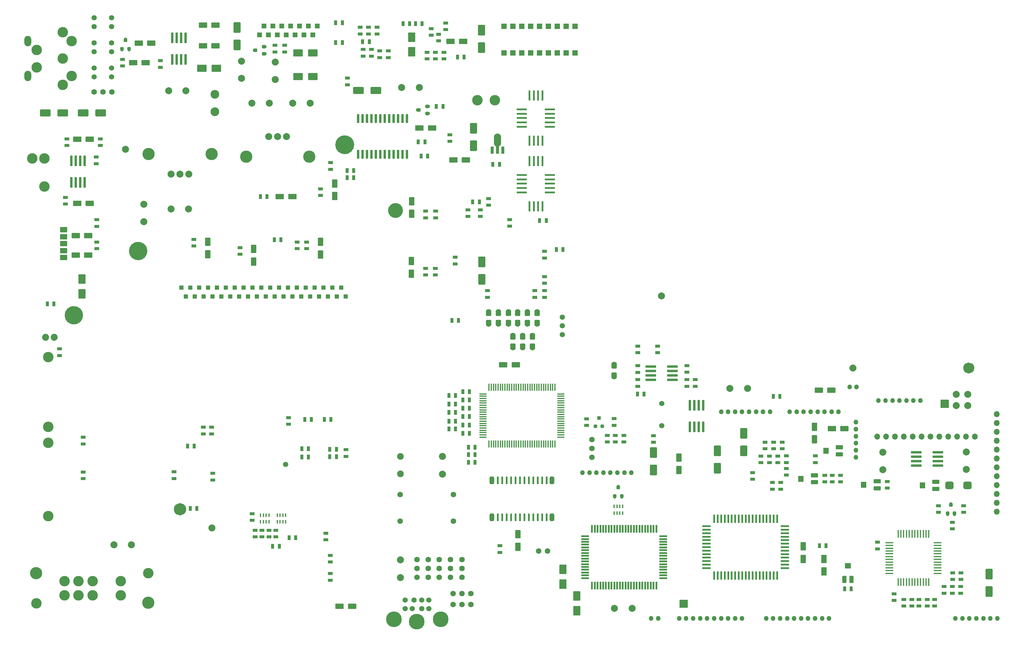
<source format=gts>
G04 #@! TF.GenerationSoftware,KiCad,Pcbnew,7.0.8*
G04 #@! TF.CreationDate,2023-11-11T13:42:36+01:00*
G04 #@! TF.ProjectId,PCE,5043452e-6b69-4636-9164-5f7063625858,1.3*
G04 #@! TF.SameCoordinates,Original*
G04 #@! TF.FileFunction,Soldermask,Top*
G04 #@! TF.FilePolarity,Negative*
%FSLAX46Y46*%
G04 Gerber Fmt 4.6, Leading zero omitted, Abs format (unit mm)*
G04 Created by KiCad (PCBNEW 7.0.8) date 2023-11-11 13:42:36*
%MOMM*%
%LPD*%
G01*
G04 APERTURE LIST*
G04 Aperture macros list*
%AMRoundRect*
0 Rectangle with rounded corners*
0 $1 Rounding radius*
0 $2 $3 $4 $5 $6 $7 $8 $9 X,Y pos of 4 corners*
0 Add a 4 corners polygon primitive as box body*
4,1,4,$2,$3,$4,$5,$6,$7,$8,$9,$2,$3,0*
0 Add four circle primitives for the rounded corners*
1,1,$1+$1,$2,$3*
1,1,$1+$1,$4,$5*
1,1,$1+$1,$6,$7*
1,1,$1+$1,$8,$9*
0 Add four rect primitives between the rounded corners*
20,1,$1+$1,$2,$3,$4,$5,0*
20,1,$1+$1,$4,$5,$6,$7,0*
20,1,$1+$1,$6,$7,$8,$9,0*
20,1,$1+$1,$8,$9,$2,$3,0*%
G04 Aperture macros list end*
%ADD10C,0.150000*%
%ADD11C,2.650000*%
%ADD12C,1.575000*%
%ADD13C,2.150000*%
%ADD14C,2.717800*%
%ADD15C,1.775000*%
%ADD16C,3.000000*%
%ADD17RoundRect,0.200000X-0.800000X1.300000X-0.800000X-1.300000X0.800000X-1.300000X0.800000X1.300000X0*%
%ADD18RoundRect,0.219512X0.480488X-0.230488X0.480488X0.230488X-0.480488X0.230488X-0.480488X-0.230488X0*%
%ADD19RoundRect,0.219512X-0.480488X0.230488X-0.480488X-0.230488X0.480488X-0.230488X0.480488X0.230488X0*%
%ADD20RoundRect,0.219512X-0.230488X-0.480488X0.230488X-0.480488X0.230488X0.480488X-0.230488X0.480488X0*%
%ADD21RoundRect,0.060000X-1.440000X-0.240000X1.440000X-0.240000X1.440000X0.240000X-1.440000X0.240000X0*%
%ADD22RoundRect,0.150000X-1.050000X-0.600000X1.050000X-0.600000X1.050000X0.600000X-1.050000X0.600000X0*%
%ADD23RoundRect,0.150000X0.600000X-1.050000X0.600000X1.050000X-0.600000X1.050000X-0.600000X-1.050000X0*%
%ADD24O,1.350000X1.350000*%
%ADD25C,1.600000*%
%ADD26RoundRect,0.200000X0.800000X-1.300000X0.800000X1.300000X-0.800000X1.300000X-0.800000X-1.300000X0*%
%ADD27RoundRect,0.150000X-0.600000X1.050000X-0.600000X-1.050000X0.600000X-1.050000X0.600000X1.050000X0*%
%ADD28R,0.500000X2.400000*%
%ADD29R,2.400000X0.500000*%
%ADD30R,0.400000X1.100000*%
%ADD31RoundRect,0.200000X-1.175000X-0.800000X1.175000X-0.800000X1.175000X0.800000X-1.175000X0.800000X0*%
%ADD32C,1.500000*%
%ADD33RoundRect,0.219512X0.230488X0.480488X-0.230488X0.480488X-0.230488X-0.480488X0.230488X-0.480488X0*%
%ADD34RoundRect,0.060000X-0.940000X-0.540000X0.940000X-0.540000X0.940000X0.540000X-0.940000X0.540000X0*%
%ADD35RoundRect,0.080000X-0.720000X-0.795000X0.720000X-0.795000X0.720000X0.795000X-0.720000X0.795000X0*%
%ADD36C,2.000000*%
%ADD37RoundRect,0.060000X0.240000X-1.440000X0.240000X1.440000X-0.240000X1.440000X-0.240000X-1.440000X0*%
%ADD38O,1.700000X1.700000*%
%ADD39R,0.900000X2.000000*%
%ADD40R,0.900000X2.500000*%
%ADD41RoundRect,1.050000X0.000000X-0.825000X0.000000X0.825000X0.000000X0.825000X0.000000X-0.825000X0*%
%ADD42RoundRect,0.200000X0.300000X0.300000X-0.300000X0.300000X-0.300000X-0.300000X0.300000X-0.300000X0*%
%ADD43C,1.000000*%
%ADD44RoundRect,0.250000X0.250000X0.250000X-0.250000X0.250000X-0.250000X-0.250000X0.250000X-0.250000X0*%
%ADD45RoundRect,0.326087X-0.473913X0.423913X-0.473913X-0.423913X0.473913X-0.423913X0.473913X0.423913X0*%
%ADD46O,2.000000X3.000000*%
%ADD47RoundRect,0.200000X-0.800000X1.175000X-0.800000X-1.175000X0.800000X-1.175000X0.800000X1.175000X0*%
%ADD48C,4.500000*%
%ADD49RoundRect,0.070000X0.630000X0.630000X-0.630000X0.630000X-0.630000X-0.630000X0.630000X-0.630000X0*%
%ADD50RoundRect,0.060000X-0.240000X1.190000X-0.240000X-1.190000X0.240000X-1.190000X0.240000X1.190000X0*%
%ADD51RoundRect,0.200000X0.300000X-0.300000X0.300000X0.300000X-0.300000X0.300000X-0.300000X-0.300000X0*%
%ADD52RoundRect,0.250000X0.250000X-0.250000X0.250000X0.250000X-0.250000X0.250000X-0.250000X-0.250000X0*%
%ADD53R,0.500000X2.200000*%
%ADD54R,2.200000X0.500000*%
%ADD55O,2.000000X2.000000*%
%ADD56RoundRect,0.478260X-0.671740X-0.621740X0.671740X-0.621740X0.671740X0.621740X-0.671740X0.621740X0*%
%ADD57RoundRect,0.100000X-0.100000X0.950000X-0.100000X-0.950000X0.100000X-0.950000X0.100000X0.950000X0*%
%ADD58RoundRect,0.100000X-0.950000X0.100000X-0.950000X-0.100000X0.950000X-0.100000X0.950000X0.100000X0*%
%ADD59RoundRect,0.200000X-1.300000X-0.800000X1.300000X-0.800000X1.300000X0.800000X-1.300000X0.800000X0*%
%ADD60RoundRect,0.325000X0.325000X0.753750X-0.325000X0.753750X-0.325000X-0.753750X0.325000X-0.753750X0*%
%ADD61RoundRect,0.142500X0.142500X0.936250X-0.142500X0.936250X-0.142500X-0.936250X0.142500X-0.936250X0*%
%ADD62RoundRect,0.200000X1.300000X0.800000X-1.300000X0.800000X-1.300000X-0.800000X1.300000X-0.800000X0*%
%ADD63C,2.500000*%
%ADD64C,3.500000*%
%ADD65R,1.600000X1.600000*%
%ADD66R,0.500000X3.000000*%
%ADD67R,3.000000X0.500000*%
%ADD68C,1.900000*%
%ADD69RoundRect,0.075000X0.925000X0.675000X-0.925000X0.675000X-0.925000X-0.675000X0.925000X-0.675000X0*%
%ADD70R,0.400000X2.250000*%
%ADD71R,2.250000X0.400000*%
%ADD72RoundRect,0.060000X-0.540000X0.940000X-0.540000X-0.940000X0.540000X-0.940000X0.540000X0.940000X0*%
%ADD73RoundRect,0.080000X-0.795000X0.720000X-0.795000X-0.720000X0.795000X-0.720000X0.795000X0.720000X0*%
%ADD74RoundRect,0.062500X0.562500X0.562500X-0.562500X0.562500X-0.562500X-0.562500X0.562500X-0.562500X0*%
G04 APERTURE END LIST*
D10*
X257625000Y-215450000D02*
X259800000Y-215450000D01*
X259800000Y-217625000D01*
X257625000Y-217625000D01*
X257625000Y-215450000D01*
G36*
X257625000Y-215450000D02*
G01*
X259800000Y-215450000D01*
X259800000Y-217625000D01*
X257625000Y-217625000D01*
X257625000Y-215450000D01*
G37*
D11*
X104000000Y-115500000D02*
G75*
G03*
X104000000Y-115500000I-1325000J0D01*
G01*
D12*
X341087500Y-149000000D02*
G75*
G03*
X341087500Y-149000000I-787500J0D01*
G01*
D13*
X177375000Y-103900000D02*
G75*
G03*
X177375000Y-103900000I-1075000J0D01*
G01*
D11*
X85600000Y-133900000D02*
G75*
G03*
X85600000Y-133900000I-1325000J0D01*
G01*
D14*
X163131500Y-85064600D02*
G75*
G03*
X163131500Y-85064600I-1358900J0D01*
G01*
D10*
X332325000Y-158200000D02*
X334500000Y-158200000D01*
X334500000Y-160375000D01*
X332325000Y-160375000D01*
X332325000Y-158200000D01*
G36*
X332325000Y-158200000D02*
G01*
X334500000Y-158200000D01*
X334500000Y-160375000D01*
X332325000Y-160375000D01*
X332325000Y-158200000D01*
G37*
D15*
X115537500Y-189475000D02*
G75*
G03*
X115537500Y-189475000I-887500J0D01*
G01*
D16*
X76975000Y-165850000D03*
X76975000Y-145850000D03*
D17*
X346125000Y-208050000D03*
X346125000Y-213050000D03*
D18*
X245625000Y-154250000D03*
X245625000Y-152350000D03*
D19*
X193350000Y-117275000D03*
X193350000Y-119175000D03*
D20*
X297575000Y-199875000D03*
X299475000Y-199875000D03*
X195575000Y-160525000D03*
X197475000Y-160525000D03*
D21*
X325300000Y-173145000D03*
X325300000Y-174415000D03*
X325300000Y-175685000D03*
X325300000Y-176955000D03*
X331500000Y-176950000D03*
X331500000Y-175685000D03*
X331500000Y-174415000D03*
X331500000Y-173145000D03*
D22*
X121212200Y-50774600D03*
X124812200Y-50774600D03*
D19*
X259675000Y-148325000D03*
X259675000Y-150225000D03*
D18*
X288100000Y-179700000D03*
X288100000Y-177800000D03*
D23*
X180925000Y-104825000D03*
X180925000Y-101225000D03*
D24*
X303050000Y-161575000D03*
X301050000Y-161575000D03*
X299050000Y-161575000D03*
X297050000Y-161575000D03*
X295050000Y-161575000D03*
X293050000Y-161575000D03*
X291050000Y-161575000D03*
X289050000Y-161575000D03*
D20*
X195575000Y-167700000D03*
X197475000Y-167700000D03*
D18*
X314150000Y-200800000D03*
X314150000Y-198900000D03*
D25*
X192785000Y-213591200D03*
X195325000Y-213591200D03*
X197865000Y-213591200D03*
D19*
X236900000Y-168325000D03*
X236900000Y-170225000D03*
D26*
X200950000Y-123625000D03*
X200950000Y-118625000D03*
D27*
X211325000Y-196600000D03*
X211325000Y-200200000D03*
D28*
X267475000Y-208475000D03*
X268475000Y-208475000D03*
X269475000Y-208475000D03*
X270475000Y-208475000D03*
X271475000Y-208475000D03*
X272475000Y-208475000D03*
X273475000Y-208475000D03*
X274475000Y-208475000D03*
X275475000Y-208475000D03*
X276475000Y-208475000D03*
X277475000Y-208475000D03*
X278475000Y-208475000D03*
X279475000Y-208475000D03*
X280475000Y-208475000D03*
X281475000Y-208475000D03*
X282475000Y-208475000D03*
X285475000Y-208475000D03*
X284475000Y-208475000D03*
X283475000Y-208475000D03*
D29*
X287725000Y-206325000D03*
X287725000Y-205325000D03*
X287725000Y-204325000D03*
X287725000Y-203325000D03*
X287725000Y-202325000D03*
X287725000Y-201325000D03*
X287725000Y-200325000D03*
X287725000Y-199325000D03*
X287725000Y-198325000D03*
X287725000Y-197325000D03*
X287725000Y-196325000D03*
X287725000Y-195325000D03*
X287725000Y-194325000D03*
D28*
X285475000Y-192175000D03*
X284475000Y-192175000D03*
X283475000Y-192175000D03*
X282475000Y-192175000D03*
X281475000Y-192175000D03*
X280475000Y-192175000D03*
X279475000Y-192175000D03*
X278475000Y-192175000D03*
X277475000Y-192175000D03*
X276475000Y-192175000D03*
X275475000Y-192175000D03*
X274475000Y-192175000D03*
X273475000Y-192175000D03*
X272475000Y-192175000D03*
X271475000Y-192175000D03*
X270475000Y-192175000D03*
X269475000Y-192175000D03*
X268475000Y-192175000D03*
X267475000Y-192175000D03*
D29*
X265225000Y-194325000D03*
X265225000Y-195325000D03*
X265225000Y-196325000D03*
X265225000Y-197325000D03*
X265225000Y-198325000D03*
X265225000Y-199325000D03*
X265225000Y-200325000D03*
X265225000Y-201325000D03*
X265225000Y-202325000D03*
X265225000Y-203325000D03*
X265225000Y-204325000D03*
X265225000Y-205325000D03*
X265225000Y-206325000D03*
D30*
X142475000Y-193050000D03*
X143275000Y-193050000D03*
X144075000Y-193050000D03*
X144875000Y-193050000D03*
X144875000Y-191150000D03*
X144075000Y-191150000D03*
X143275000Y-191150000D03*
X142475000Y-191150000D03*
D31*
X120875000Y-63150000D03*
X125075000Y-63150000D03*
D27*
X135750000Y-114900000D03*
X135750000Y-118500000D03*
D18*
X167000000Y-59675000D03*
X167000000Y-57775000D03*
D20*
X191575000Y-161725000D03*
X193475000Y-161725000D03*
D32*
X95100000Y-65600000D03*
X90100000Y-65600000D03*
X95100000Y-63100000D03*
X90100000Y-63100000D03*
D18*
X171000000Y-53325000D03*
X171000000Y-51425000D03*
D33*
X119475000Y-189275000D03*
X117575000Y-189275000D03*
D18*
X80175000Y-145425000D03*
X80175000Y-143525000D03*
D19*
X285675000Y-174225000D03*
X285675000Y-176125000D03*
D25*
X232460800Y-169545000D03*
X232460800Y-172085000D03*
X232460800Y-174625000D03*
D19*
X191875000Y-82200000D03*
X191875000Y-84100000D03*
D34*
X296150000Y-179725000D03*
D35*
X292300000Y-180725000D03*
D34*
X296150000Y-181725000D03*
D19*
X162560000Y-65979000D03*
X162560000Y-67879000D03*
D24*
X249450000Y-220700000D03*
X251450000Y-220700000D03*
D32*
X95100000Y-58425000D03*
X90100000Y-58425000D03*
X95100000Y-55925000D03*
X90100000Y-55925000D03*
D18*
X168600000Y-53325000D03*
X168600000Y-51425000D03*
X301200000Y-181650000D03*
X301200000Y-179750000D03*
D24*
X282325000Y-220700000D03*
X284325000Y-220700000D03*
X286325000Y-220700000D03*
X288325000Y-220700000D03*
X290325000Y-220700000D03*
X292325000Y-220700000D03*
X294325000Y-220700000D03*
X296325000Y-220700000D03*
X298325000Y-220700000D03*
X300325000Y-220700000D03*
D18*
X318900000Y-215575000D03*
X318900000Y-213675000D03*
D20*
X187975000Y-74100000D03*
X189875000Y-74100000D03*
D25*
X192850000Y-185275000D03*
X177610000Y-185275000D03*
X177610000Y-192895000D03*
X192850000Y-192895000D03*
X182425000Y-208965000D03*
X182425000Y-206425000D03*
X182425000Y-203885000D03*
D36*
X339625000Y-173100000D03*
X339625000Y-178075000D03*
D37*
X260520000Y-165875000D03*
X261790000Y-165875000D03*
X263060000Y-165875000D03*
X264330000Y-165875000D03*
X264325000Y-159675000D03*
X263060000Y-159675000D03*
X261790000Y-159675000D03*
X260520000Y-159675000D03*
D36*
X111375000Y-69575000D03*
X116350000Y-69575000D03*
D19*
X239200000Y-168325000D03*
X239200000Y-170225000D03*
D30*
X238850000Y-190550000D03*
X239650000Y-190550000D03*
X240450000Y-190550000D03*
X241250000Y-190550000D03*
X241250000Y-188650000D03*
X240450000Y-188650000D03*
X239650000Y-188650000D03*
X238850000Y-188650000D03*
D32*
X95100000Y-51225000D03*
X90100000Y-51225000D03*
X95100000Y-48725000D03*
X90100000Y-48725000D03*
D38*
X314080000Y-168650000D03*
X316620000Y-168650000D03*
X319160000Y-168650000D03*
X321700000Y-168650000D03*
X324240000Y-168650000D03*
X326780000Y-168650000D03*
X329320000Y-168650000D03*
X331860000Y-168650000D03*
X334400000Y-168650000D03*
X336940000Y-168650000D03*
X339480000Y-168650000D03*
X342020000Y-168650000D03*
D18*
X112950000Y-180650000D03*
X112950000Y-178750000D03*
X91821000Y-85262800D03*
X91821000Y-83362800D03*
D20*
X76662200Y-130683000D03*
X78562200Y-130683000D03*
D36*
X141875000Y-61400000D03*
X141875000Y-66375000D03*
D25*
X219750000Y-201425000D03*
X217210000Y-201425000D03*
D18*
X251250000Y-144650000D03*
X251250000Y-142750000D03*
D39*
X203975000Y-86600000D03*
D40*
X205475000Y-86350000D03*
D41*
X205475000Y-83725000D03*
D39*
X206975000Y-86600000D03*
D19*
X286500000Y-181812500D03*
X286500000Y-183712500D03*
D42*
X182950000Y-75100000D03*
D43*
X182650000Y-75100000D03*
X185650000Y-76100000D03*
D44*
X185350000Y-76100000D03*
D43*
X185650000Y-74100000D03*
D44*
X185350000Y-74100000D03*
D22*
X192027400Y-55499000D03*
X195627400Y-55499000D03*
D36*
X123800000Y-194850000D03*
D33*
X180345200Y-50342800D03*
X178445200Y-50342800D03*
D18*
X335625000Y-213525000D03*
X335625000Y-211625000D03*
D25*
X185630000Y-208965000D03*
X185630000Y-206425000D03*
X185630000Y-203885000D03*
D34*
X330875000Y-181625000D03*
D35*
X327025000Y-182625000D03*
D34*
X330875000Y-183625000D03*
D24*
X283450000Y-161575000D03*
X281450000Y-161575000D03*
X279450000Y-161575000D03*
X277450000Y-161575000D03*
X275450000Y-161575000D03*
X273450000Y-161575000D03*
X271450000Y-161575000D03*
X269450000Y-161575000D03*
D20*
X195575000Y-162925000D03*
X197475000Y-162925000D03*
D25*
X192055000Y-208975000D03*
X192055000Y-206435000D03*
X192055000Y-203895000D03*
D22*
X143175000Y-99875000D03*
X146775000Y-99875000D03*
D20*
X157500000Y-174425000D03*
X159400000Y-174425000D03*
D18*
X135325000Y-192625000D03*
X135325000Y-190725000D03*
D25*
X205700000Y-132900000D03*
D45*
X205700000Y-133350000D03*
X205700000Y-135950000D03*
D25*
X205700000Y-136400000D03*
D19*
X184875000Y-120475000D03*
X184875000Y-122375000D03*
D46*
X71127600Y-65375800D03*
D16*
X73627600Y-62875800D03*
X73627600Y-57875800D03*
D46*
X71127600Y-55375800D03*
D16*
X81127600Y-67875800D03*
X81127600Y-60375800D03*
X81127600Y-52875800D03*
X83627600Y-65375800D03*
X83627600Y-55375800D03*
D19*
X123725000Y-165975000D03*
X123725000Y-167875000D03*
D18*
X190119000Y-60487600D03*
X190119000Y-58587600D03*
D19*
X109067600Y-61000600D03*
X109067600Y-62900600D03*
D24*
X257450000Y-220700000D03*
X259450000Y-220700000D03*
X261450000Y-220700000D03*
X263450000Y-220700000D03*
X265450000Y-220700000D03*
X267450000Y-220700000D03*
X269450000Y-220700000D03*
X271450000Y-220700000D03*
X273450000Y-220700000D03*
X275450000Y-220700000D03*
D19*
X208975000Y-106475000D03*
X208975000Y-108375000D03*
D33*
X286275000Y-157175000D03*
X284375000Y-157175000D03*
D19*
X187750000Y-104100000D03*
X187750000Y-106000000D03*
D47*
X228175000Y-214300000D03*
X228175000Y-218500000D03*
D36*
X315675000Y-173150000D03*
X315675000Y-178125000D03*
D19*
X230925000Y-163575000D03*
X230925000Y-165475000D03*
D20*
X217525000Y-106800000D03*
X219425000Y-106800000D03*
D18*
X278425000Y-180875000D03*
X278425000Y-178975000D03*
D19*
X238850000Y-163512500D03*
X238850000Y-165412500D03*
X184925000Y-104100000D03*
X184925000Y-106000000D03*
D48*
X189225000Y-220950000D03*
X182375000Y-221700000D03*
X175825000Y-220950000D03*
D32*
X183775000Y-217950000D03*
X181125000Y-217950000D03*
X185875000Y-217950000D03*
X183775000Y-215450000D03*
X179075000Y-217950000D03*
X185875000Y-215450000D03*
X181575000Y-215450000D03*
X179075000Y-215450000D03*
D18*
X90805000Y-114843600D03*
X90805000Y-112943600D03*
D20*
X166875000Y-55550000D03*
X168775000Y-55550000D03*
D24*
X336475000Y-220700000D03*
X338475000Y-220700000D03*
X340475000Y-220700000D03*
X342475000Y-220700000D03*
X344475000Y-220700000D03*
X346475000Y-220700000D03*
X348475000Y-220700000D03*
D22*
X102848000Y-55981600D03*
X106448000Y-55981600D03*
X160275000Y-217250000D03*
X163875000Y-217250000D03*
D36*
X189705000Y-174300000D03*
X189705000Y-179380000D03*
D19*
X187675000Y-120475000D03*
X187675000Y-122375000D03*
D20*
X162425000Y-94500000D03*
X164325000Y-94500000D03*
D33*
X199075000Y-173850000D03*
X197175000Y-173850000D03*
D20*
X159175000Y-50150000D03*
X161075000Y-50150000D03*
D18*
X328450000Y-217175000D03*
X328450000Y-215275000D03*
D36*
X99025000Y-86325000D03*
D31*
X148425000Y-65550000D03*
X152625000Y-65550000D03*
D49*
X137380000Y-53575000D03*
X138650000Y-51035000D03*
X139920000Y-53575000D03*
X141190000Y-51035000D03*
X142460000Y-53575000D03*
X143730000Y-51035000D03*
X145000000Y-53575000D03*
X146270000Y-51035000D03*
X147540000Y-53575000D03*
X148810000Y-51035000D03*
X150080000Y-53575000D03*
X151350000Y-51035000D03*
X152620000Y-53575000D03*
X153890000Y-51035000D03*
D17*
X198650000Y-80350000D03*
X198650000Y-85350000D03*
D18*
X142100000Y-197400000D03*
X142100000Y-195500000D03*
D36*
X135225000Y-73150000D03*
X140200000Y-73150000D03*
D19*
X259675000Y-152325000D03*
X259675000Y-154225000D03*
D33*
X183891000Y-50342800D03*
X181991000Y-50342800D03*
D19*
X245625000Y-148350000D03*
X245625000Y-150250000D03*
X90627200Y-88585000D03*
X90627200Y-90485000D03*
D18*
X86950000Y-180700000D03*
X86950000Y-178800000D03*
X330500000Y-217175000D03*
X330500000Y-215275000D03*
D22*
X85223800Y-101879400D03*
X88823800Y-101879400D03*
D20*
X137650000Y-99875000D03*
X139550000Y-99875000D03*
D17*
X268350000Y-172725000D03*
X268350000Y-177725000D03*
D50*
X179610000Y-77525000D03*
X178340000Y-77525000D03*
X177070000Y-77525000D03*
X175800000Y-77525000D03*
X174530000Y-77525000D03*
X173260000Y-77525000D03*
X171990000Y-77525000D03*
X170720000Y-77525000D03*
X169450000Y-77525000D03*
X168180000Y-77525000D03*
X166910000Y-77525000D03*
X165640000Y-77525000D03*
X165640000Y-87825000D03*
X166910000Y-87825000D03*
X168180000Y-87825000D03*
X169450000Y-87825000D03*
X170720000Y-87825000D03*
X171990000Y-87825000D03*
X173260000Y-87825000D03*
X174530000Y-87825000D03*
X175800000Y-87825000D03*
X177070000Y-87825000D03*
X178340000Y-87825000D03*
X179610000Y-87825000D03*
D33*
X159400000Y-172300000D03*
X157500000Y-172300000D03*
D51*
X240025000Y-183250000D03*
D43*
X240025000Y-182950000D03*
X239025000Y-185950000D03*
D52*
X239025000Y-185650000D03*
D43*
X241025000Y-185950000D03*
D52*
X241025000Y-185650000D03*
D17*
X200914000Y-52211600D03*
X200914000Y-57211600D03*
D18*
X131775000Y-116450000D03*
X131775000Y-114550000D03*
D36*
X177695000Y-209050000D03*
X177695000Y-203970000D03*
D18*
X82245200Y-85262800D03*
X82245200Y-83362800D03*
D53*
X250900000Y-195050000D03*
X250100000Y-195050000D03*
X249300000Y-195050000D03*
X248500000Y-195050000D03*
X247700000Y-195050000D03*
X246900000Y-195050000D03*
X246100000Y-195050000D03*
X245300000Y-195050000D03*
X244500000Y-195050000D03*
X243700000Y-195050000D03*
X242900000Y-195050000D03*
X242100000Y-195050000D03*
X241300000Y-195050000D03*
X240500000Y-195050000D03*
X239700000Y-195050000D03*
X238900000Y-195050000D03*
X238100000Y-195050000D03*
X237300000Y-195050000D03*
X236500000Y-195050000D03*
X235700000Y-195050000D03*
X234900000Y-195050000D03*
X234100000Y-195050000D03*
X233300000Y-195050000D03*
X232500000Y-195050000D03*
D54*
X230550000Y-197200000D03*
X230550000Y-198000000D03*
X230550000Y-198800000D03*
X230550000Y-199600000D03*
X230550000Y-200400000D03*
X230550000Y-201200000D03*
X230550000Y-202000000D03*
X230550000Y-202800000D03*
X230550000Y-203600000D03*
X230550000Y-204400000D03*
X230550000Y-205200000D03*
X230550000Y-206000000D03*
X230550000Y-206800000D03*
X230550000Y-207600000D03*
X230550000Y-208400000D03*
X230550000Y-209200000D03*
D53*
X232500000Y-211350000D03*
X233300000Y-211350000D03*
X234100000Y-211350000D03*
X234900000Y-211350000D03*
X235700000Y-211350000D03*
X236500000Y-211350000D03*
X237300000Y-211350000D03*
X238100000Y-211350000D03*
X238900000Y-211350000D03*
X239700000Y-211350000D03*
X240500000Y-211350000D03*
X241300000Y-211350000D03*
X242100000Y-211350000D03*
X242900000Y-211350000D03*
X243700000Y-211350000D03*
X244500000Y-211350000D03*
X245300000Y-211350000D03*
X246100000Y-211350000D03*
X246900000Y-211350000D03*
X247700000Y-211350000D03*
X248500000Y-211350000D03*
X249300000Y-211350000D03*
X250100000Y-211350000D03*
X250900000Y-211350000D03*
D54*
X252850000Y-209200000D03*
X252850000Y-208400000D03*
X252850000Y-207600000D03*
X252850000Y-206800000D03*
X252850000Y-206000000D03*
X252850000Y-205200000D03*
X252850000Y-204400000D03*
X252850000Y-203600000D03*
X252850000Y-202800000D03*
X252850000Y-202000000D03*
X252850000Y-201200000D03*
X252850000Y-200400000D03*
X252850000Y-199600000D03*
X252850000Y-198800000D03*
X252850000Y-198000000D03*
X252850000Y-197200000D03*
D55*
X76175000Y-140250000D03*
X78675000Y-140250000D03*
D24*
X308000000Y-174550000D03*
X308000000Y-172550000D03*
X308000000Y-170550000D03*
X308000000Y-168550000D03*
X308000000Y-166550000D03*
X308000000Y-164550000D03*
D19*
X145725000Y-163200000D03*
X145725000Y-165100000D03*
D56*
X334725000Y-182650000D03*
X339925000Y-182650000D03*
D22*
X101222400Y-61569600D03*
X104822400Y-61569600D03*
D21*
X249325000Y-148570000D03*
X249325000Y-149840000D03*
X249325000Y-151110000D03*
X249325000Y-152380000D03*
X255525000Y-152375000D03*
X255525000Y-151110000D03*
X255525000Y-149840000D03*
X255525000Y-148570000D03*
D17*
X131000000Y-51450000D03*
X131000000Y-56450000D03*
D19*
X157600000Y-202675000D03*
X157600000Y-204575000D03*
D36*
X95786800Y-199675000D03*
X100761800Y-199675000D03*
D22*
X207125000Y-148125000D03*
X210725000Y-148125000D03*
D16*
X76975000Y-170425000D03*
X76975000Y-191425000D03*
D36*
X336750000Y-156525000D03*
X336750000Y-159775000D03*
X340000000Y-156525000D03*
X340000000Y-159775000D03*
D20*
X245500000Y-156475000D03*
X247400000Y-156475000D03*
D18*
X216125000Y-128750000D03*
X216125000Y-126850000D03*
D25*
X95165000Y-69925000D03*
X92625000Y-69925000D03*
X90085000Y-69925000D03*
D20*
X204150000Y-90675000D03*
X206050000Y-90675000D03*
D18*
X171800000Y-60100000D03*
X171800000Y-58200000D03*
D22*
X84814000Y-116662200D03*
X88414000Y-116662200D03*
D37*
X83545000Y-95850000D03*
X84815000Y-95850000D03*
X86085000Y-95850000D03*
X87355000Y-95850000D03*
X87350000Y-89650000D03*
X86085000Y-89650000D03*
X84815000Y-89650000D03*
X83545000Y-89650000D03*
D33*
X194312500Y-135400000D03*
X192412500Y-135400000D03*
D24*
X243775000Y-179025000D03*
X241775000Y-179025000D03*
X239775000Y-179025000D03*
X237775000Y-179025000D03*
X235775000Y-179025000D03*
X233775000Y-179025000D03*
X231775000Y-179025000D03*
X229775000Y-179025000D03*
D19*
X200575000Y-103700000D03*
X200575000Y-105600000D03*
X288100000Y-174200000D03*
X288100000Y-176100000D03*
X283250000Y-174225000D03*
X283250000Y-176125000D03*
D25*
X208650000Y-132900000D03*
D45*
X208650000Y-133350000D03*
X208650000Y-135950000D03*
D25*
X208650000Y-136400000D03*
D30*
X137675000Y-193050000D03*
X138475000Y-193050000D03*
X139275000Y-193050000D03*
X140075000Y-193050000D03*
X140075000Y-191150000D03*
X139275000Y-191150000D03*
X138475000Y-191150000D03*
X137675000Y-191150000D03*
D18*
X150900000Y-114825000D03*
X150900000Y-112925000D03*
D17*
X250100000Y-173200000D03*
X250100000Y-178200000D03*
D22*
X192850000Y-89400000D03*
X196450000Y-89400000D03*
D18*
X326075000Y-217175000D03*
X326075000Y-215275000D03*
D19*
X280850000Y-174225000D03*
X280850000Y-176125000D03*
X331600000Y-188450000D03*
X331600000Y-190350000D03*
D22*
X301125000Y-166375000D03*
X304725000Y-166375000D03*
D25*
X188825000Y-208955000D03*
X188825000Y-206415000D03*
X188825000Y-203875000D03*
D18*
X90805000Y-108432600D03*
X90805000Y-106532600D03*
D19*
X206125000Y-199912500D03*
X206125000Y-201812500D03*
X284125000Y-181812500D03*
X284125000Y-183712500D03*
D57*
X221900000Y-154500000D03*
X221250000Y-154500000D03*
X220600000Y-154500000D03*
X219950000Y-154500000D03*
X219300000Y-154500000D03*
X218650000Y-154500000D03*
X218000000Y-154500000D03*
X217350000Y-154500000D03*
X216700000Y-154500000D03*
X216050000Y-154500000D03*
X215400000Y-154500000D03*
X214750000Y-154500000D03*
X214100000Y-154500000D03*
X213450000Y-154500000D03*
X212800000Y-154500000D03*
X212150000Y-154500000D03*
X211500000Y-154500000D03*
X210850000Y-154500000D03*
X210200000Y-154500000D03*
X209550000Y-154500000D03*
X208900000Y-154500000D03*
X208250000Y-154500000D03*
X207600000Y-154500000D03*
X206950000Y-154500000D03*
X206300000Y-154500000D03*
X205650000Y-154500000D03*
X205000000Y-154500000D03*
X204350000Y-154500000D03*
X203700000Y-154500000D03*
X203050000Y-154500000D03*
D58*
X201350000Y-156450000D03*
X201350000Y-157100000D03*
X201350000Y-157750000D03*
X201350000Y-158400000D03*
X201350000Y-159050000D03*
X201350000Y-159700000D03*
X201350000Y-160350000D03*
X201350000Y-161000000D03*
X201350000Y-161650000D03*
X201350000Y-162300000D03*
X201350000Y-162950000D03*
X201350000Y-163600000D03*
X201350000Y-164250000D03*
X201350000Y-164900000D03*
X201350000Y-165550000D03*
X201350000Y-166200000D03*
X201350000Y-166850000D03*
X201350000Y-167500000D03*
X201350000Y-168150000D03*
X201350000Y-168800000D03*
D57*
X203050000Y-170750000D03*
X203700000Y-170750000D03*
X204350000Y-170750000D03*
X205000000Y-170750000D03*
X205650000Y-170750000D03*
X206300000Y-170750000D03*
X206950000Y-170750000D03*
X207600000Y-170750000D03*
X208250000Y-170750000D03*
X208900000Y-170750000D03*
X209550000Y-170750000D03*
X210200000Y-170750000D03*
X210850000Y-170750000D03*
X211500000Y-170750000D03*
X212150000Y-170750000D03*
X212800000Y-170750000D03*
X213450000Y-170750000D03*
X214100000Y-170750000D03*
X214750000Y-170750000D03*
X215400000Y-170750000D03*
X216050000Y-170750000D03*
X216700000Y-170750000D03*
X217350000Y-170750000D03*
X218000000Y-170750000D03*
X218650000Y-170750000D03*
X219300000Y-170750000D03*
X219950000Y-170750000D03*
X220600000Y-170750000D03*
X221250000Y-170750000D03*
X221900000Y-170750000D03*
D58*
X223600000Y-168800000D03*
X223600000Y-168150000D03*
X223600000Y-167500000D03*
X223600000Y-166850000D03*
X223600000Y-166200000D03*
X223600000Y-165550000D03*
X223600000Y-164900000D03*
X223600000Y-164250000D03*
X223600000Y-163600000D03*
X223600000Y-162950000D03*
X223600000Y-162300000D03*
X223600000Y-161650000D03*
X223600000Y-161000000D03*
X223600000Y-160350000D03*
X223600000Y-159700000D03*
X223600000Y-159050000D03*
X223600000Y-158400000D03*
X223600000Y-157750000D03*
X223600000Y-157100000D03*
X223600000Y-156450000D03*
D33*
X184700000Y-84275000D03*
X182800000Y-84275000D03*
D18*
X121325000Y-167875000D03*
X121325000Y-165975000D03*
D33*
X143537500Y-112250000D03*
X141637500Y-112250000D03*
D16*
X199725000Y-72325000D03*
X204700000Y-72325000D03*
D18*
X202975000Y-102375000D03*
X202975000Y-100475000D03*
D33*
X199075000Y-176050000D03*
X197175000Y-176050000D03*
D25*
X209900000Y-139700000D03*
D45*
X209900000Y-140150000D03*
X209900000Y-142750000D03*
D25*
X209900000Y-143200000D03*
D36*
X183125000Y-68700000D03*
X178045000Y-68700000D03*
D18*
X140075000Y-197400000D03*
X140075000Y-195500000D03*
D24*
X326475000Y-158325000D03*
X324475000Y-158325000D03*
X322475000Y-158325000D03*
X320475000Y-158325000D03*
X318475000Y-158325000D03*
X316475000Y-158325000D03*
X314475000Y-158325000D03*
D20*
X195575000Y-158125000D03*
X197475000Y-158125000D03*
D36*
X307175000Y-148975000D03*
D22*
X121212200Y-56769000D03*
X124812200Y-56769000D03*
D18*
X218900000Y-124725000D03*
X218900000Y-122825000D03*
X333250000Y-213525000D03*
X333250000Y-211625000D03*
D20*
X159175000Y-55775000D03*
X161075000Y-55775000D03*
D59*
X165698800Y-69519800D03*
X170698800Y-69519800D03*
D31*
X148425000Y-58750000D03*
X152625000Y-58750000D03*
D33*
X224225000Y-115100000D03*
X222325000Y-115100000D03*
D24*
X308200000Y-154425000D03*
X306200000Y-154425000D03*
D18*
X245625000Y-144650000D03*
X245625000Y-142750000D03*
D19*
X282025000Y-170250000D03*
X282025000Y-172150000D03*
D18*
X321725000Y-217175000D03*
X321725000Y-215275000D03*
X335675000Y-209550000D03*
X335675000Y-207650000D03*
D27*
X158925000Y-96150000D03*
X158925000Y-99750000D03*
D18*
X324025000Y-217175000D03*
X324025000Y-215275000D03*
D19*
X141825000Y-56575000D03*
X141825000Y-58475000D03*
D18*
X157600000Y-209800000D03*
X157600000Y-207900000D03*
D20*
X195575000Y-165325000D03*
X197475000Y-165325000D03*
D25*
X214050000Y-132900000D03*
D45*
X214050000Y-133350000D03*
X214050000Y-135950000D03*
D25*
X214050000Y-136400000D03*
D18*
X202575000Y-128762500D03*
X202575000Y-126862500D03*
D17*
X275900000Y-167750000D03*
X275900000Y-172750000D03*
D25*
X202900000Y-132900000D03*
D45*
X202900000Y-133350000D03*
X202900000Y-135950000D03*
D25*
X202900000Y-136400000D03*
D60*
X221080400Y-181166800D03*
D61*
X219490000Y-181165550D03*
X218220000Y-181165550D03*
X216950000Y-181165550D03*
X215680000Y-181165550D03*
X214410000Y-181165550D03*
X213140000Y-181165550D03*
X211870000Y-181165550D03*
X210600000Y-181165550D03*
X209330000Y-181165550D03*
X208060000Y-181165550D03*
X206790000Y-181165550D03*
X205520000Y-181165550D03*
D60*
X203884600Y-181166800D03*
X203884600Y-191733200D03*
D61*
X205520000Y-191731950D03*
X206790000Y-191731950D03*
X208060000Y-191731950D03*
X209330000Y-191731950D03*
X210600000Y-191731950D03*
X211870000Y-191731950D03*
X213140000Y-191731950D03*
X214410000Y-191731950D03*
X215680000Y-191731950D03*
X216950000Y-191731950D03*
X218220000Y-191731950D03*
X219490000Y-191731950D03*
D60*
X221080400Y-191733200D03*
D27*
X122600000Y-112825000D03*
X122600000Y-116425000D03*
D19*
X284475000Y-170250000D03*
X284475000Y-172150000D03*
X250100000Y-168375000D03*
X250100000Y-170275000D03*
X86950000Y-168850000D03*
X86950000Y-170750000D03*
X262050000Y-152325000D03*
X262050000Y-154225000D03*
D18*
X136100000Y-197400000D03*
X136100000Y-195500000D03*
D32*
X144875000Y-176650000D03*
D22*
X297400000Y-155400000D03*
X301000000Y-155400000D03*
D20*
X195575000Y-155750000D03*
X197475000Y-155750000D03*
D36*
X252400000Y-128375000D03*
D19*
X197000000Y-103700000D03*
X197000000Y-105600000D03*
D33*
X118725000Y-171375000D03*
X116825000Y-171375000D03*
D19*
X335600000Y-193200000D03*
X335600000Y-195100000D03*
X241625000Y-168325000D03*
X241625000Y-170225000D03*
D36*
X271920000Y-154825000D03*
X277000000Y-154825000D03*
X104300000Y-102150000D03*
X104300000Y-107125000D03*
D18*
X118625000Y-114050000D03*
X118625000Y-112150000D03*
D20*
X191575000Y-156925000D03*
X193475000Y-156925000D03*
D18*
X218900000Y-128750000D03*
X218900000Y-126850000D03*
D62*
X91933400Y-75946000D03*
X86933400Y-75946000D03*
D42*
X136225000Y-58000000D03*
D43*
X135925000Y-58000000D03*
X138925000Y-59000000D03*
D44*
X138625000Y-59000000D03*
D43*
X138925000Y-57000000D03*
D44*
X138625000Y-57000000D03*
D20*
X183600000Y-88275000D03*
X185500000Y-88275000D03*
D25*
X216850000Y-132900000D03*
D45*
X216850000Y-133350000D03*
X216850000Y-135950000D03*
D25*
X216850000Y-136400000D03*
D63*
X124600000Y-70650000D03*
X124600000Y-75625000D03*
D22*
X183150000Y-80300000D03*
X186750000Y-80300000D03*
D18*
X187731400Y-60487600D03*
X187731400Y-58587600D03*
D47*
X224150000Y-206700000D03*
X224150000Y-210900000D03*
D33*
X147775000Y-197650000D03*
X145875000Y-197650000D03*
D25*
X238850000Y-147975000D03*
D45*
X238850000Y-148425000D03*
X238850000Y-151025000D03*
D25*
X238850000Y-151475000D03*
D18*
X299150000Y-181650000D03*
X299150000Y-179750000D03*
D37*
X112395000Y-60650000D03*
X113665000Y-60650000D03*
X114935000Y-60650000D03*
X116205000Y-60650000D03*
X116200000Y-54450000D03*
X114935000Y-54450000D03*
X113665000Y-54450000D03*
X112395000Y-54450000D03*
D64*
X105580000Y-216265000D03*
D16*
X105580000Y-207795000D03*
X73560000Y-216395000D03*
D64*
X73440000Y-207795000D03*
D16*
X97660000Y-214085000D03*
X97660000Y-210085000D03*
X89610000Y-214085000D03*
X89610000Y-210085000D03*
X85610000Y-214085000D03*
X85610000Y-210085000D03*
X81610000Y-214085000D03*
X81610000Y-210085000D03*
D51*
X335225000Y-188225000D03*
D43*
X335225000Y-187925000D03*
X334225000Y-190925000D03*
D52*
X334225000Y-190625000D03*
D43*
X336225000Y-190925000D03*
D52*
X336225000Y-190625000D03*
D65*
X207375000Y-58770000D03*
X209915000Y-58770000D03*
X212455000Y-58770000D03*
X214995000Y-58770000D03*
X217535000Y-58770000D03*
X220075000Y-58770000D03*
X222615000Y-58770000D03*
X225155000Y-58770000D03*
X227695000Y-58770000D03*
X227695000Y-51150000D03*
X225155000Y-51150000D03*
X222615000Y-51150000D03*
X220075000Y-51150000D03*
X217535000Y-51150000D03*
X214995000Y-51150000D03*
X212455000Y-51150000D03*
X209915000Y-51150000D03*
X207375000Y-51150000D03*
D20*
X191575000Y-164250000D03*
X193475000Y-164250000D03*
X191575000Y-166500000D03*
X193475000Y-166500000D03*
D33*
X306675000Y-212225000D03*
X304775000Y-212225000D03*
X151400000Y-174475000D03*
X149500000Y-174475000D03*
D20*
X155925000Y-163725000D03*
X157825000Y-163725000D03*
D25*
X192772800Y-216791600D03*
X195312800Y-216791600D03*
X197852800Y-216791600D03*
D16*
X72344400Y-89002600D03*
X75844400Y-89002600D03*
X75844400Y-97002600D03*
D22*
X84814000Y-111099600D03*
X88414000Y-111099600D03*
D18*
X169375000Y-59675000D03*
X169375000Y-57775000D03*
D19*
X98196400Y-60594200D03*
X98196400Y-62494200D03*
D18*
X166200000Y-53325000D03*
X166200000Y-51425000D03*
D27*
X154875000Y-112900000D03*
X154875000Y-116500000D03*
D47*
X86614000Y-123553800D03*
X86614000Y-127753800D03*
D19*
X186537600Y-51805800D03*
X186537600Y-53705800D03*
X286900000Y-170250000D03*
X286900000Y-172150000D03*
D20*
X198400000Y-101425000D03*
X200300000Y-101425000D03*
D19*
X81838800Y-100131800D03*
X81838800Y-102031800D03*
D18*
X338850000Y-190350000D03*
X338850000Y-188450000D03*
D33*
X143050000Y-200075000D03*
X141150000Y-200075000D03*
D47*
X180924200Y-54237200D03*
X180924200Y-58437200D03*
D18*
X185293000Y-60487600D03*
X185293000Y-58587600D03*
D66*
X215850000Y-89725000D03*
X214600000Y-89725000D03*
D67*
X212450000Y-93725000D03*
X212450000Y-94975000D03*
X212450000Y-96225000D03*
X212450000Y-97475000D03*
X212450000Y-98725000D03*
D66*
X214600000Y-102725000D03*
X215850000Y-102725000D03*
X217100000Y-102725000D03*
X218350000Y-102725000D03*
D67*
X220450000Y-98725000D03*
X220450000Y-97475000D03*
X220450000Y-96225000D03*
X220450000Y-94975000D03*
X220450000Y-93725000D03*
D66*
X218350000Y-89725000D03*
X217100000Y-89725000D03*
D19*
X338000000Y-211625000D03*
X338000000Y-213525000D03*
D18*
X296450000Y-176075000D03*
X296450000Y-174175000D03*
D33*
X151400000Y-172125000D03*
X149500000Y-172125000D03*
D36*
X112110000Y-93475000D03*
D64*
X123650000Y-87725000D03*
D36*
X114650000Y-93475000D03*
D64*
X105650000Y-87725000D03*
D36*
X117190000Y-93475000D03*
D18*
X154875000Y-99600000D03*
X154875000Y-97700000D03*
X218900000Y-117500000D03*
X218900000Y-115600000D03*
D25*
X211275000Y-132900000D03*
D45*
X211275000Y-133350000D03*
X211275000Y-135950000D03*
D25*
X211275000Y-136400000D03*
D22*
X85223800Y-83515200D03*
X88823800Y-83515200D03*
D18*
X338050000Y-209550000D03*
X338050000Y-207650000D03*
D51*
X234475000Y-163300000D03*
D52*
X233475000Y-165700000D03*
X235475000Y-165700000D03*
D18*
X162100000Y-174300000D03*
X162100000Y-172400000D03*
X316950000Y-183425000D03*
X316950000Y-181525000D03*
D19*
X157700000Y-90187500D03*
X157700000Y-92087500D03*
D18*
X148125000Y-114825000D03*
X148125000Y-112925000D03*
D25*
X195305000Y-208975000D03*
X195305000Y-206435000D03*
X195305000Y-203895000D03*
D32*
X252425000Y-159175000D03*
D51*
X99034600Y-55162600D03*
D43*
X99034600Y-54862600D03*
X98034600Y-57862600D03*
D52*
X98034600Y-57562600D03*
D43*
X100034600Y-57862600D03*
D52*
X100034600Y-57562600D03*
D36*
X112100000Y-103475000D03*
X117075000Y-103475000D03*
D23*
X180875000Y-122000000D03*
X180875000Y-118400000D03*
D66*
X215850000Y-70925000D03*
X214600000Y-70925000D03*
D67*
X212450000Y-74925000D03*
X212450000Y-76175000D03*
X212450000Y-77425000D03*
X212450000Y-78675000D03*
X212450000Y-79925000D03*
D66*
X214600000Y-83925000D03*
X215850000Y-83925000D03*
X217100000Y-83925000D03*
X218350000Y-83925000D03*
D67*
X220450000Y-79925000D03*
X220450000Y-78675000D03*
X220450000Y-77425000D03*
X220450000Y-76175000D03*
X220450000Y-74925000D03*
D66*
X218350000Y-70925000D03*
X217100000Y-70925000D03*
D33*
X152225000Y-163725000D03*
X150325000Y-163725000D03*
D62*
X81102200Y-75946000D03*
X76102200Y-75946000D03*
D27*
X257350000Y-174650000D03*
X257350000Y-178250000D03*
D33*
X199075000Y-171700000D03*
X197175000Y-171700000D03*
D19*
X138075000Y-195500000D03*
X138075000Y-197400000D03*
D18*
X144600000Y-58475000D03*
X144600000Y-56575000D03*
D27*
X298850000Y-203675000D03*
X298850000Y-207275000D03*
D68*
X177700000Y-179350000D03*
X177700000Y-174350000D03*
D32*
X224050000Y-139450000D03*
X224050000Y-136950000D03*
X224050000Y-134450000D03*
D18*
X174200000Y-60100000D03*
X174200000Y-58200000D03*
D36*
X145140000Y-82725000D03*
D64*
X133600000Y-88475000D03*
D36*
X142600000Y-82725000D03*
D64*
X151600000Y-88475000D03*
D36*
X140060000Y-82725000D03*
D18*
X124050000Y-181075000D03*
X124050000Y-179175000D03*
D34*
X303300000Y-171750000D03*
D35*
X299450000Y-172750000D03*
D34*
X303300000Y-173750000D03*
D19*
X156375000Y-196350000D03*
X156375000Y-198250000D03*
D38*
X348300000Y-162185000D03*
X348300000Y-164725000D03*
X348300000Y-167265000D03*
X348300000Y-169805000D03*
X348300000Y-172345000D03*
X348300000Y-174885000D03*
X348300000Y-177425000D03*
X348300000Y-179965000D03*
X348300000Y-182505000D03*
X348300000Y-185045000D03*
X348300000Y-187585000D03*
X348300000Y-190125000D03*
D36*
X146925000Y-73150000D03*
X151900000Y-73150000D03*
D69*
X81381600Y-117385600D03*
X81381600Y-115385600D03*
X81381600Y-113385600D03*
X81381600Y-111385600D03*
X81381600Y-109385600D03*
D70*
X320075000Y-210325000D03*
X320875000Y-210325000D03*
X321675000Y-210325000D03*
X322475000Y-210325000D03*
X323275000Y-210325000D03*
X324075000Y-210325000D03*
X324875000Y-210325000D03*
X325675000Y-210325000D03*
X326475000Y-210325000D03*
X327275000Y-210325000D03*
X328075000Y-210325000D03*
X328875000Y-210325000D03*
D71*
X331375000Y-207825000D03*
X331375000Y-207025000D03*
X331375000Y-206225000D03*
X331375000Y-205425000D03*
X331375000Y-204625000D03*
X331375000Y-203825000D03*
X331375000Y-203025000D03*
X331375000Y-202225000D03*
X331375000Y-201425000D03*
X331375000Y-200625000D03*
X331375000Y-199825000D03*
X331375000Y-199025000D03*
D70*
X328875000Y-196525000D03*
X328075000Y-196525000D03*
X327275000Y-196525000D03*
X326475000Y-196525000D03*
X325675000Y-196525000D03*
X324875000Y-196525000D03*
X324075000Y-196525000D03*
X323275000Y-196525000D03*
X322475000Y-196525000D03*
X321675000Y-196525000D03*
X320875000Y-196525000D03*
X320075000Y-196525000D03*
D71*
X317575000Y-199025000D03*
X317575000Y-199825000D03*
X317575000Y-200625000D03*
X317575000Y-201425000D03*
X317575000Y-202225000D03*
X317575000Y-203025000D03*
X317575000Y-203825000D03*
X317575000Y-204625000D03*
X317575000Y-205425000D03*
X317575000Y-206225000D03*
X317575000Y-207025000D03*
X317575000Y-207825000D03*
D20*
X162425000Y-92500000D03*
X164325000Y-92500000D03*
D72*
X306725000Y-209525000D03*
D73*
X305725000Y-205675000D03*
D72*
X304725000Y-209525000D03*
D18*
X303600000Y-181650000D03*
X303600000Y-179750000D03*
D33*
X195920400Y-59944000D03*
X194020400Y-59944000D03*
D25*
X215425000Y-139700000D03*
D45*
X215425000Y-140150000D03*
X215425000Y-142750000D03*
D25*
X215425000Y-143200000D03*
D32*
X252500000Y-165550000D03*
D25*
X212700000Y-139700000D03*
D45*
X212700000Y-140150000D03*
X212700000Y-142750000D03*
D25*
X212700000Y-143200000D03*
D36*
X132200000Y-61100000D03*
X132200000Y-66075000D03*
D19*
X190652400Y-50180200D03*
X190652400Y-52080200D03*
D18*
X188595000Y-55306000D03*
X188595000Y-53406000D03*
D34*
X314100000Y-181475000D03*
D35*
X310250000Y-182475000D03*
D34*
X314100000Y-183475000D03*
D36*
X238920000Y-217875000D03*
X244000000Y-217875000D03*
D20*
X191575000Y-159350000D03*
X193475000Y-159350000D03*
D27*
X296175000Y-165850000D03*
X296175000Y-169450000D03*
X292900000Y-200075000D03*
X292900000Y-203675000D03*
D74*
X115070000Y-125985000D03*
X116340000Y-128525000D03*
X117610000Y-125985000D03*
X118880000Y-128525000D03*
X120150000Y-125985000D03*
X121420000Y-128525000D03*
X122690000Y-125985000D03*
X123960000Y-128525000D03*
X125230000Y-125985000D03*
X126500000Y-128525000D03*
X127770000Y-125985000D03*
X129040000Y-128525000D03*
X130310000Y-125985000D03*
X131580000Y-128525000D03*
X132850000Y-125985000D03*
X134120000Y-128525000D03*
X135390000Y-125985000D03*
X136660000Y-128525000D03*
X137930000Y-125985000D03*
X139200000Y-128525000D03*
X140470000Y-125985000D03*
X141740000Y-128525000D03*
X143010000Y-125985000D03*
X144280000Y-128525000D03*
X145550000Y-125985000D03*
X146820000Y-128525000D03*
X148090000Y-125985000D03*
X149360000Y-128525000D03*
X150630000Y-125985000D03*
X151900000Y-128525000D03*
X153170000Y-125985000D03*
X154440000Y-128525000D03*
X155710000Y-125985000D03*
X156980000Y-128525000D03*
X158250000Y-125985000D03*
X159520000Y-128525000D03*
X160790000Y-125985000D03*
X162060000Y-128525000D03*
M02*

</source>
